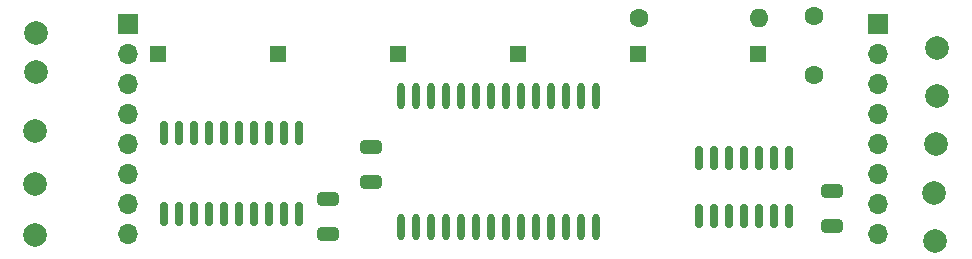
<source format=gts>
G04 #@! TF.GenerationSoftware,KiCad,Pcbnew,6.0.9-8da3e8f707~116~ubuntu20.04.1*
G04 #@! TF.CreationDate,2022-11-05T14:44:28+00:00*
G04 #@! TF.ProjectId,slrm,736c726d-2e6b-4696-9361-645f70636258,rev?*
G04 #@! TF.SameCoordinates,Original*
G04 #@! TF.FileFunction,Soldermask,Top*
G04 #@! TF.FilePolarity,Negative*
%FSLAX46Y46*%
G04 Gerber Fmt 4.6, Leading zero omitted, Abs format (unit mm)*
G04 Created by KiCad (PCBNEW 6.0.9-8da3e8f707~116~ubuntu20.04.1) date 2022-11-05 14:44:28*
%MOMM*%
%LPD*%
G01*
G04 APERTURE LIST*
G04 Aperture macros list*
%AMRoundRect*
0 Rectangle with rounded corners*
0 $1 Rounding radius*
0 $2 $3 $4 $5 $6 $7 $8 $9 X,Y pos of 4 corners*
0 Add a 4 corners polygon primitive as box body*
4,1,4,$2,$3,$4,$5,$6,$7,$8,$9,$2,$3,0*
0 Add four circle primitives for the rounded corners*
1,1,$1+$1,$2,$3*
1,1,$1+$1,$4,$5*
1,1,$1+$1,$6,$7*
1,1,$1+$1,$8,$9*
0 Add four rect primitives between the rounded corners*
20,1,$1+$1,$2,$3,$4,$5,0*
20,1,$1+$1,$4,$5,$6,$7,0*
20,1,$1+$1,$6,$7,$8,$9,0*
20,1,$1+$1,$8,$9,$2,$3,0*%
G04 Aperture macros list end*
%ADD10R,1.350000X1.350000*%
%ADD11C,2.000000*%
%ADD12C,1.600000*%
%ADD13O,0.600000X2.250000*%
%ADD14R,1.700000X1.700000*%
%ADD15O,1.700000X1.700000*%
%ADD16RoundRect,0.250000X0.650000X-0.325000X0.650000X0.325000X-0.650000X0.325000X-0.650000X-0.325000X0*%
%ADD17O,1.600000X1.600000*%
%ADD18RoundRect,0.150000X-0.150000X0.837500X-0.150000X-0.837500X0.150000X-0.837500X0.150000X0.837500X0*%
%ADD19RoundRect,0.150000X-0.150000X0.825000X-0.150000X-0.825000X0.150000X-0.825000X0.150000X0.825000X0*%
%ADD20RoundRect,0.250000X-0.650000X0.325000X-0.650000X-0.325000X0.650000X-0.325000X0.650000X0.325000X0*%
G04 APERTURE END LIST*
D10*
X121920000Y-88900000D03*
X162560000Y-88900000D03*
D11*
X187629800Y-100660200D03*
X111480600Y-104241600D03*
D12*
X177400000Y-85690000D03*
X177400000Y-90690000D03*
D10*
X142240000Y-88900000D03*
D11*
X111480600Y-99898200D03*
D13*
X142493809Y-103550000D03*
X143763809Y-103550000D03*
X145033809Y-103550000D03*
X146303809Y-103550000D03*
X147573809Y-103550000D03*
X148843809Y-103550000D03*
X150113809Y-103550000D03*
X151383809Y-103550000D03*
X152653809Y-103550000D03*
X153923809Y-103550000D03*
X155193809Y-103550000D03*
X156463809Y-103550000D03*
X157733809Y-103550000D03*
X159003809Y-103550000D03*
X158943809Y-92450000D03*
X157673809Y-92450000D03*
X156403809Y-92450000D03*
X155133809Y-92450000D03*
X153863809Y-92450000D03*
X152593809Y-92450000D03*
X151323809Y-92450000D03*
X150053809Y-92450000D03*
X148783809Y-92450000D03*
X147513809Y-92450000D03*
X146243809Y-92450000D03*
X144973809Y-92450000D03*
X143703809Y-92450000D03*
X142433809Y-92450000D03*
D11*
X111480600Y-95427800D03*
X111582200Y-87172800D03*
D14*
X119380000Y-86360000D03*
D15*
X119380000Y-88900000D03*
X119380000Y-91440000D03*
X119380000Y-93980000D03*
X119380000Y-96520000D03*
X119380000Y-99060000D03*
X119380000Y-101600000D03*
X119380000Y-104140000D03*
D16*
X179000000Y-103475000D03*
X179000000Y-100525000D03*
D12*
X162585400Y-85826600D03*
D17*
X172745400Y-85826600D03*
D16*
X136300000Y-104150000D03*
X136300000Y-101200000D03*
D14*
X182880000Y-86360000D03*
D15*
X182880000Y-88900000D03*
X182880000Y-91440000D03*
X182880000Y-93980000D03*
X182880000Y-96520000D03*
X182880000Y-99060000D03*
X182880000Y-101600000D03*
X182880000Y-104140000D03*
D10*
X132080000Y-88900000D03*
X172720000Y-88900000D03*
D11*
X187680600Y-104749600D03*
D18*
X133815000Y-95577500D03*
X132545000Y-95577500D03*
X131275000Y-95577500D03*
X130005000Y-95577500D03*
X128735000Y-95577500D03*
X127465000Y-95577500D03*
X126195000Y-95577500D03*
X124925000Y-95577500D03*
X123655000Y-95577500D03*
X122385000Y-95577500D03*
X122385000Y-102502500D03*
X123655000Y-102502500D03*
X124925000Y-102502500D03*
X126195000Y-102502500D03*
X127465000Y-102502500D03*
X128735000Y-102502500D03*
X130005000Y-102502500D03*
X131275000Y-102502500D03*
X132545000Y-102502500D03*
X133815000Y-102502500D03*
D11*
X187807600Y-96545400D03*
D19*
X175285000Y-97715000D03*
X174015000Y-97715000D03*
X172745000Y-97715000D03*
X171475000Y-97715000D03*
X170205000Y-97715000D03*
X168935000Y-97715000D03*
X167665000Y-97715000D03*
X167665000Y-102665000D03*
X168935000Y-102665000D03*
X170205000Y-102665000D03*
X171475000Y-102665000D03*
X172745000Y-102665000D03*
X174015000Y-102665000D03*
X175285000Y-102665000D03*
D11*
X187858400Y-92481400D03*
X111600000Y-90410000D03*
D10*
X152400000Y-88900000D03*
D20*
X139900000Y-96789583D03*
X139900000Y-99739583D03*
D11*
X187833000Y-88366600D03*
M02*

</source>
